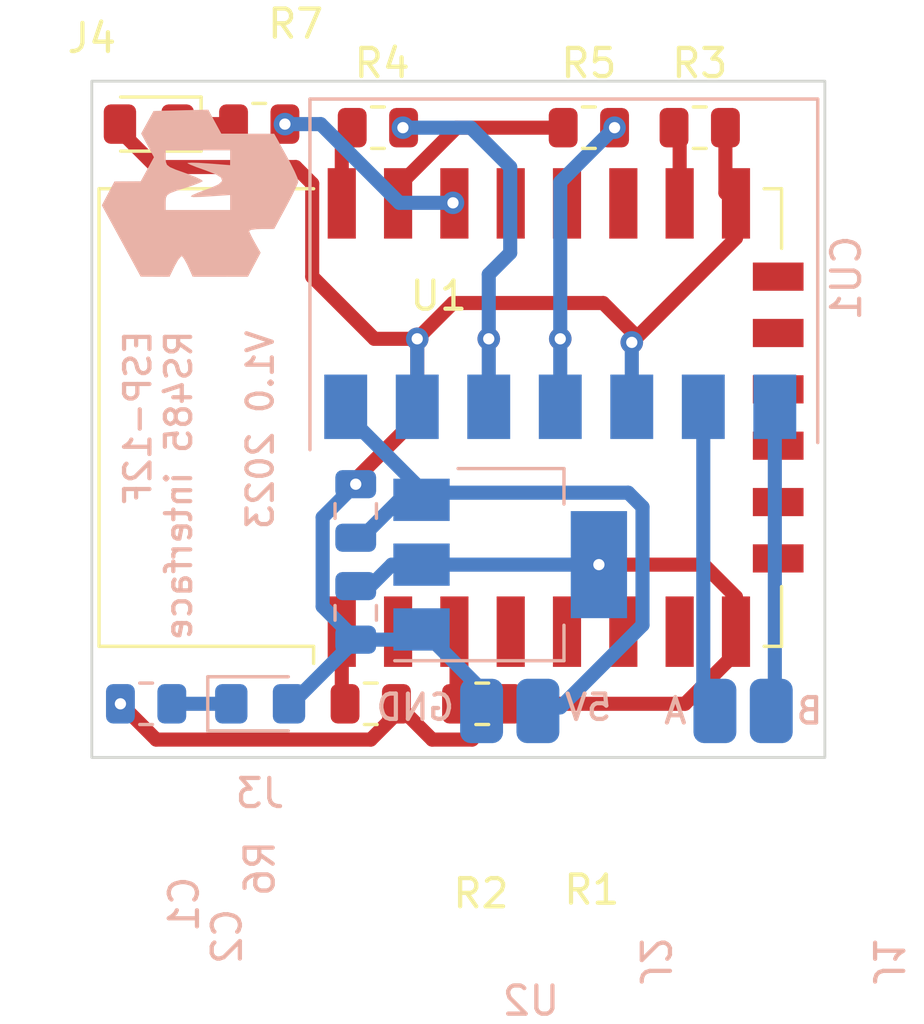
<source format=kicad_pcb>
(kicad_pcb (version 20211014) (generator pcbnew)
  (layers (0 "F.Cu" signal) (31 "B.Cu" signal) (34 "B.Paste" user) (35 "F.Paste" user) (36 "B.SilkS" user "B.Silkscreen") (37 "F.SilkS" user "F.Silkscreen") (38 "B.Mask" user) (39 "F.Mask" user) (44 "Edge.Cuts" user))
  (net 0 "")
  (net 1 "+5V")
  (net 2 "GND")
  (net 3 "+3.3V")
  (net 4 "Net-(CU1-Pad3)")
  (net 5 "Net-(CU1-Pad4)")
  (net 6 "/IN_A")
  (net 7 "/IN_B")
  (net 8 "Net-(R1-Pad2)")
  (net 9 "Net-(R2-Pad2)")
  (net 10 "Net-(R3-Pad1)")
  (net 11 "/ESP_TX")
  (net 12 "/ESP_RX")
  (net 28 "Net-(J3-Pad1)")
  (net 29 "Net-(J4-Pad1)")
  (net 30 "/GPIO_5")
  (footprint "Resistor_SMD:R_0805_2012Metric" (layer "F.Cu") (at 81.788 33.147)
    (fp_text reference "R3" (at 0 -2.286 180) (layer "F.SilkS"))
    (fp_text value "10k")
    (fp_line (start -0.227064 0.735) (end 0.227064 0.735) (layer "F.SilkS") (width 0.12))
    (fp_line (start -0.227064 -0.735) (end 0.227064 -0.735) (layer "F.SilkS") (width 0.12))
    (pad "1" smd roundrect (at -0.9125 0) (size 1.025 1.4) (layers "F.Cu" "F.Paste" "F.Mask") (roundrect_rratio 0.243902439) (net 10 "Net-(R3-Pad1)"))
    (pad "2" smd roundrect (at 0.9125 0) (size 1.025 1.4) (layers "F.Cu" "F.Paste" "F.Mask") (roundrect_rratio 0.243902439) (net 2 "GND"))
  )
  (footprint "Resistor_SMD:R_0805_2012Metric" (layer "F.Cu") (at 74.0645 53.594 180)
    (fp_text reference "R1" (at -3.89 -6.604) (layer "F.SilkS"))
    (fp_text value "10k")
    (fp_line (start -0.227064 -0.735) (end 0.227064 -0.735) (layer "F.SilkS") (width 0.12))
    (fp_line (start -0.227064 0.735) (end 0.227064 0.735) (layer "F.SilkS") (width 0.12))
    (pad "1" smd roundrect (at -0.9125 0 180) (size 1.025 1.4) (layers "F.Cu" "F.Paste" "F.Mask") (roundrect_rratio 0.243902439) (net 3 "+3.3V"))
    (pad "2" smd roundrect (at 0.9125 0 180) (size 1.025 1.4) (layers "F.Cu" "F.Paste" "F.Mask") (roundrect_rratio 0.243902439) (net 8 "Net-(R1-Pad2)"))
  )
  (footprint "Resistor_SMD:R_0805_2012Metric" (layer "F.Cu") (at 77.851 33.147)
    (fp_text reference "R5" (at 0 -2.286 180) (layer "F.SilkS"))
    (fp_text value "0")
    (fp_line (start -0.227064 -0.735) (end 0.227064 -0.735) (layer "F.SilkS") (width 0.12))
    (fp_line (start -0.227064 0.735) (end 0.227064 0.735) (layer "F.SilkS") (width 0.12))
    (pad "1" smd roundrect (at -0.9125 0) (size 1.025 1.4) (layers "F.Cu" "F.Paste" "F.Mask") (roundrect_rratio 0.243902439) (net 12 "/ESP_RX"))
    (pad "2" smd roundrect (at 0.9125 0) (size 1.025 1.4) (layers "F.Cu" "F.Paste" "F.Mask") (roundrect_rratio 0.243902439) (net 5 "Net-(CU1-Pad4)"))
  )
  (footprint "Resistor_SMD:R_0805_2012Metric" (layer "F.Cu") (at 66.1435 33.02 180)
    (fp_text reference "R7" (at -1.2935 3.556) (layer "F.SilkS"))
    (fp_text value "330")
    (fp_line (start -0.227064 -0.735) (end 0.227064 -0.735) (layer "F.SilkS") (width 0.12))
    (fp_line (start -0.227064 0.735) (end 0.227064 0.735) (layer "F.SilkS") (width 0.12))
    (pad "1" smd roundrect (at -0.9125 0 180) (size 1.025 1.4) (layers "F.Cu" "F.Paste" "F.Mask") (roundrect_rratio 0.243902) (net 30 "/GPIO_5"))
    (pad "2" smd roundrect (at 0.9125 0 180) (size 1.025 1.4) (layers "F.Cu" "F.Paste" "F.Mask") (roundrect_rratio 0.243902) (net 29 "Net-(J4-Pad1)"))
  )
  (footprint "LED_SMD:LED_0805_2012Metric_Pad1.15x1.40mm_HandSolder" (layer "F.Cu") (at 62.221 33.02 180)
    (fp_text reference "J4" (at 2.023 3.048) (layer "F.SilkS"))
    (fp_text value "LED")
    (fp_line (start -1.86 0.96) (end 1 0.96) (layer "F.SilkS") (width 0.12))
    (fp_line (start 1 -0.96) (end -1.86 -0.96) (layer "F.SilkS") (width 0.12))
    (fp_line (start -1.86 -0.96) (end -1.86 0.96) (layer "F.SilkS") (width 0.12))
    (pad "1" smd roundrect (at -1.025 0 180) (size 1.15 1.4) (layers "F.Cu" "F.Paste" "F.Mask") (roundrect_rratio 0.217391) (net 29 "Net-(J4-Pad1)"))
    (pad "2" smd roundrect (at 1.025 0 180) (size 1.15 1.4) (layers "F.Cu" "F.Paste" "F.Mask") (roundrect_rratio 0.217391) (net 2 "GND"))
  )
  (footprint "Resistor_SMD:R_0805_2012Metric" (layer "F.Cu") (at 70.358 33.147)
    (fp_text reference "R4" (at 0.1505 -2.286 180) (layer "F.SilkS"))
    (fp_text value "0")
    (fp_line (start -0.227064 0.735) (end 0.227064 0.735) (layer "F.SilkS") (width 0.12))
    (fp_line (start -0.227064 -0.735) (end 0.227064 -0.735) (layer "F.SilkS") (width 0.12))
    (pad "1" smd roundrect (at -0.9125 0) (size 1.025 1.4) (layers "F.Cu" "F.Paste" "F.Mask") (roundrect_rratio 0.243902439) (net 11 "/ESP_TX"))
    (pad "2" smd roundrect (at 0.9125 0) (size 1.025 1.4) (layers "F.Cu" "F.Paste" "F.Mask") (roundrect_rratio 0.243902439) (net 4 "Net-(CU1-Pad3)"))
  )
  (footprint "RF_Module:ESP-12E" (layer "F.Cu") (at 72.575 43.434 90)
    (fp_text reference "U1" (at 4.318 -0.058 180) (layer "F.SilkS"))
    (fp_text value "ESP-12F")
    (fp_line (start -8.12 -4.5) (end -8.73 -4.5) (layer "F.SilkS") (width 0.12))
    (fp_line (start 8.12 11.5) (end 8.12 12.12) (layer "F.SilkS") (width 0.12))
    (fp_line (start 8.12 12.12) (end 6 12.12) (layer "F.SilkS") (width 0.12))
    (fp_line (start -8.12 -12.12) (end 8.12 -12.12) (layer "F.SilkS") (width 0.12))
    (fp_line (start -8.12 12.12) (end -8.12 11.5) (layer "F.SilkS") (width 0.12))
    (fp_line (start -8.12 -4.5) (end -8.12 -12.12) (layer "F.SilkS") (width 0.12))
    (fp_line (start 8.12 -12.12) (end 8.12 -4.5) (layer "F.SilkS") (width 0.12))
    (fp_line (start -6 12.12) (end -8.12 12.12) (layer "F.SilkS") (width 0.12))
    (pad "1" smd rect (at -7.6 -3.5 90) (size 2.5 1) (layers "F.Cu" "F.Paste" "F.Mask") (net 9 "Net-(R2-Pad2)"))
    (pad "2" smd rect (at -7.6 -1.5 90) (size 2.5 1) (layers "F.Cu" "F.Paste" "F.Mask"))
    (pad "3" smd rect (at -7.6 0.5 90) (size 2.5 1) (layers "F.Cu" "F.Paste" "F.Mask") (net 8 "Net-(R1-Pad2)"))
    (pad "4" smd rect (at -7.6 2.5 90) (size 2.5 1) (layers "F.Cu" "F.Paste" "F.Mask"))
    (pad "5" smd rect (at -7.6 4.5 90) (size 2.5 1) (layers "F.Cu" "F.Paste" "F.Mask"))
    (pad "6" smd rect (at -7.6 6.5 90) (size 2.5 1) (layers "F.Cu" "F.Paste" "F.Mask"))
    (pad "7" smd rect (at -7.6 8.5 90) (size 2.5 1) (layers "F.Cu" "F.Paste" "F.Mask"))
    (pad "8" smd rect (at -7.6 10.5 90) (size 2.5 1) (layers "F.Cu" "F.Paste" "F.Mask") (net 3 "+3.3V"))
    (pad "9" smd rect (at -5 12 90) (size 1 1.8) (layers "F.Cu" "F.Paste" "F.Mask"))
    (pad "10" smd rect (at -3 12 90) (size 1 1.8) (layers "F.Cu" "F.Paste" "F.Mask"))
    (pad "11" smd rect (at -1 12 90) (size 1 1.8) (layers "F.Cu" "F.Paste" "F.Mask"))
    (pad "12" smd rect (at 1 12 90) (size 1 1.8) (layers "F.Cu" "F.Paste" "F.Mask"))
    (pad "13" smd rect (at 3 12 90) (size 1 1.8) (layers "F.Cu" "F.Paste" "F.Mask"))
    (pad "14" smd rect (at 5 12 90) (size 1 1.8) (layers "F.Cu" "F.Paste" "F.Mask"))
    (pad "15" smd rect (at 7.6 10.5 90) (size 2.5 1) (layers "F.Cu" "F.Paste" "F.Mask") (net 2 "GND"))
    (pad "16" smd rect (at 7.6 8.5 90) (size 2.5 1) (layers "F.Cu" "F.Paste" "F.Mask") (net 10 "Net-(R3-Pad1)"))
    (pad "17" smd rect (at 7.6 6.5 90) (size 2.5 1) (layers "F.Cu" "F.Paste" "F.Mask"))
    (pad "18" smd rect (at 7.6 4.5 90) (size 2.5 1) (layers "F.Cu" "F.Paste" "F.Mask"))
    (pad "19" smd rect (at 7.6 2.5 90) (size 2.5 1) (layers "F.Cu" "F.Paste" "F.Mask"))
    (pad "20" smd rect (at 7.6 0.5 90) (size 2.5 1) (layers "F.Cu" "F.Paste" "F.Mask") (net 30 "/GPIO_5"))
    (pad "21" smd rect (at 7.6 -1.5 90) (size 2.5 1) (layers "F.Cu" "F.Paste" "F.Mask") (net 12 "/ESP_RX"))
    (pad "22" smd rect (at 7.6 -3.5 90) (size 2.5 1) (layers "F.Cu" "F.Paste" "F.Mask") (net 11 "/ESP_TX"))
  )
  (footprint "Resistor_SMD:R_0805_2012Metric" (layer "F.Cu") (at 70.104 53.594 180)
    (fp_text reference "R2" (at -3.9135 -6.731) (layer "F.SilkS"))
    (fp_text value "10k")
    (fp_line (start -0.227064 0.735) (end 0.227064 0.735) (layer "F.SilkS") (width 0.12))
    (fp_line (start -0.227064 -0.735) (end 0.227064 -0.735) (layer "F.SilkS") (width 0.12))
    (pad "1" smd roundrect (at -0.9125 0 180) (size 1.025 1.4) (layers "F.Cu" "F.Paste" "F.Mask") (roundrect_rratio 0.243902439) (net 3 "+3.3V"))
    (pad "2" smd roundrect (at 0.9125 0 180) (size 1.025 1.4) (layers "F.Cu" "F.Paste" "F.Mask") (roundrect_rratio 0.243902439) (net 9 "Net-(R2-Pad2)"))
  )
  (footprint "-local:R411A01" (layer "B.Cu") (at 68.453 32.639 -90)
    (fp_text reference "CU1" (at 5.842 -18.542 90 unlocked) (layer "B.SilkS") (effects (justify mirror)))
    (fp_text value "R411A01")
    (fp_line (start 11.938 0.508) (end -0.508 0.508) (layer "B.SilkS") (width 0.12))
    (fp_line (start -0.508 0.508) (end -0.508 -17.526) (layer "B.SilkS") (width 0.12))
    (fp_line (start -0.508 -17.526) (end 11.684 -17.526) (layer "B.SilkS") (width 0.12))
    (pad "1" smd rect (at 10.414 -0.762 270) (size 2.286 1.524) (layers "B.Cu" "B.Paste" "B.Mask") (net 1 "+5V"))
    (pad "2" smd rect (at 10.414 -3.302 270) (size 2.286 1.524) (layers "B.Cu" "B.Paste" "B.Mask") (net 2 "GND"))
    (pad "3" smd rect (at 10.414 -5.842 270) (size 2.286 1.524) (layers "B.Cu" "B.Paste" "B.Mask") (net 4 "Net-(CU1-Pad3)"))
    (pad "4" smd rect (at 10.414 -8.382 270) (size 2.286 1.524) (layers "B.Cu" "B.Paste" "B.Mask") (net 5 "Net-(CU1-Pad4)"))
    (pad "5" smd rect (at 10.414 -10.922 270) (size 2.286 1.524) (layers "B.Cu" "B.Paste" "B.Mask"))
    (pad "6" smd rect (at 10.414 -13.462 270) (size 2.286 1.524) (layers "B.Cu" "B.Paste" "B.Mask") (net 6 "/IN_A"))
    (pad "7" smd rect (at 10.414 -16.002 270) (size 2.286 1.524) (layers "B.Cu" "B.Paste" "B.Mask") (net 7 "/IN_B"))
  )
  (footprint "-local:2pin_pad" (layer "B.Cu") (at 76.041 53.848 90)
    (fp_text reference "J2" (at -8.89 4.1435 270 unlocked) (layer "B.SilkS") (effects (justify mirror)))
    (fp_text value "PWR")
    (pad "1" smd roundrect (at 0 0 90) (size 2.286 1.524) (layers "B.Cu" "B.Paste" "B.Mask") (net 1 "+5V"))
    (pad "2" smd roundrect (at 0 -2 90) (size 2.286 1.524) (layers "B.Cu" "B.Paste" "B.Mask") (net 2 "GND"))
  )
  (footprint "-local:logo_kms_small_silkscreen" (layer "B.Cu") (at 64.008 35.052 -90)
    (fp_text reference "G***" hide)
    (fp_text value "LOGO" hide)
    (fp_poly (pts (xy 2.116877 2.764724) (xy 3.383025 2.074333) (xy 3.384846 1.562038) (xy 3.386667 1.049742) (xy 3.001301 0.862517) (xy 2.790526 0.744233) (xy 2.670184 0.645099) (xy 2.658544 0.606349) (xy 2.756204 0.53197) (xy 2.951559 0.426272) (xy 3.04391 0.382844) (xy 3.386667 0.228282) (xy 3.385955 -0.753692) (xy 3.385242 -1.735667) (xy 2.958732 -1.961382) (xy 2.532222 -2.187098) (xy 2.176278 -1.983569) (xy 1.955571 -1.864108) (xy 1.796662 -1.790367) (xy 1.756834 -1.77902) (xy 1.721214 -1.854803) (xy 1.697798 -2.050556) (xy 1.692499 -2.2225) (xy 1.691665 -2.667) (xy 0.909333 -3.090334) (xy 0.572241 -3.267716) (xy 0.281728 -3.411355) (xy 0.075183 -3.503285) (xy 0 -3.527314) (xy -0.123164 -3.493503) (xy -0.355769 -3.391419) (xy -0.661039 -3.238198) (xy -0.908502 -3.10398) (xy -1.690003 -2.667) (xy -1.69278 -1.100667) (xy -1.100666 -1.100667) (xy -0.57469 -1.100667) (xy -0.635467 -0.3175) (xy -0.656467 0.015334) (xy -0.662989 0.266572) (xy -0.654674 0.4023) (xy -0.643244 0.415066) (xy -0.591922 0.31503) (xy -0.506157 0.098671) (xy -0.403589 -0.189211) (xy -0.393179 -0.219934) (xy -0.253409 -0.583479) (xy -0.129647 -0.781514) (xy -0.013063 -0.816032) (xy 0.105175 -0.689025) (xy 0.233899 -0.402484) (xy 0.247907 -0.364532) (xy 0.389806 0.016194) (xy 0.484588 0.237516) (xy 0.539083 0.300543) (xy 0.56012 0.206382) (xy 0.554529 -0.043861) (xy 0.53802 -0.3175) (xy 0.486159 -1.100667) (xy 1.016 -1.100667) (xy 1.016 1.185333) (xy 0.734573 1.185333) (xy 0.592127 1.178256) (xy 0.494874 1.134867) (xy 0.417781 1.021929) (xy 0.335814 0.806205) (xy 0.25236 0.545104) (xy 0.151022 0.23986) (xy 0.062012 0.003481) (xy 0.001326 -0.122357) (xy -0.007325 -0.131527) (xy -0.059519 -0.074492) (xy -0.148137 0.109023) (xy -0.257282 0.38445) (xy -0.301766 0.508702) (xy -0.419082 0.837342) (xy -0.50633 1.037477) (xy -0.587853 1.140954) (xy -0.687997 1.179621) (xy -0.818987 1.185333) (xy -1.100666 1.185333) (xy -1.100666 -1.100667) (xy -1.69278 -1.100667) (xy -1.693333 -0.788912) (xy -2.119295 -0.557074) (xy -2.545257 -0.325237) (xy -2.521462 0.64663) (xy -2.497666 1.618497) (xy -1.694762 2.059689) (xy -0.856296 1.603339) (xy -0.00244 2.074333) (xy -0.000508 2.54) (xy 0.001425 3.005666) (xy 0.426076 3.230391) (xy 0.850728 3.455115)) (layer "B.SilkS") (width 0) (fill solid))
  )
  (footprint "Resistor_SMD:R_0805_2012Metric" (layer "B.Cu") (at 62.1265 53.594)
    (fp_text reference "R6" (at 4.0405 5.842 90) (layer "B.SilkS") (effects (justify mirror)))
    (fp_text value "330")
    (fp_line (start -0.227064 0.735) (end 0.227064 0.735) (layer "B.SilkS") (width 0.12))
    (fp_line (start -0.227064 -0.735) (end 0.227064 -0.735) (layer "B.SilkS") (width 0.12))
    (pad "1" smd roundrect (at -0.9125 0) (size 1.025 1.4) (layers "B.Cu" "B.Paste" "B.Mask") (roundrect_rratio 0.243902439) (net 3 "+3.3V"))
    (pad "2" smd roundrect (at 0.9125 0) (size 1.025 1.4) (layers "B.Cu" "B.Paste" "B.Mask") (roundrect_rratio 0.243902439) (net 28 "Net-(J3-Pad1)"))
  )
  (footprint "Package_TO_SOT_SMD:SOT-223-3_TabPin2" (layer "B.Cu") (at 75.057 48.655)
    (fp_text reference "U2" (at 0.7385 15.48 180) (layer "B.SilkS") (effects (justify mirror)))
    (fp_text value "AMS1117-3.3")
    (fp_line (start -1.85 -3.41) (end 1.91 -3.41) (layer "B.SilkS") (width 0.12))
    (fp_line (start 1.91 -3.41) (end 1.91 -2.15) (layer "B.SilkS") (width 0.12))
    (fp_line (start 1.91 3.41) (end 1.91 2.15) (layer "B.SilkS") (width 0.12))
    (fp_line (start -4.1 3.41) (end 1.91 3.41) (layer "B.SilkS") (width 0.12))
    (pad "1" smd rect (at -3.15 2.3) (size 2 1.5) (layers "B.Cu" "B.Paste" "B.Mask") (net 2 "GND"))
    (pad "2" smd rect (at -3.15 0) (size 2 1.5) (layers "B.Cu" "B.Paste" "B.Mask") (net 3 "+3.3V"))
    (pad "2" smd rect (at 3.15 0) (size 2 3.8) (layers "B.Cu" "B.Paste" "B.Mask") (net 3 "+3.3V"))
    (pad "3" smd rect (at -3.15 -2.3) (size 2 1.5) (layers "B.Cu" "B.Paste" "B.Mask") (net 1 "+5V"))
  )
  (footprint "-local:2pin_pad" (layer "B.Cu") (at 84.328 53.848 90)
    (fp_text reference "J1" (at -8.89 4.1435 270 unlocked) (layer "B.SilkS") (effects (justify mirror)))
    (fp_text value "RS485")
    (pad "1" smd roundrect (at 0 0 90) (size 2.286 1.524) (layers "B.Cu" "B.Paste" "B.Mask") (net 7 "/IN_B"))
    (pad "2" smd roundrect (at 0 -2 90) (size 2.286 1.524) (layers "B.Cu" "B.Paste" "B.Mask") (net 6 "/IN_A"))
  )
  (footprint "LED_SMD:LED_0805_2012Metric_Pad1.15x1.40mm_HandSolder" (layer "B.Cu") (at 66.176 53.594)
    (fp_text reference "J3" (at -0.009 3.175) (layer "B.SilkS") (effects (justify mirror)))
    (fp_text value "LED")
    (fp_line (start -1.86 -0.96) (end 1 -0.96) (layer "B.SilkS") (width 0.12))
    (fp_line (start 1 0.96) (end -1.86 0.96) (layer "B.SilkS") (width 0.12))
    (fp_line (start -1.86 0.96) (end -1.86 -0.96) (layer "B.SilkS") (width 0.12))
    (pad "1" smd roundrect (at -1.025 0) (size 1.15 1.4) (layers "B.Cu" "B.Paste" "B.Mask") (roundrect_rratio 0.217391) (net 28 "Net-(J3-Pad1)"))
    (pad "2" smd roundrect (at 1.025 0) (size 1.15 1.4) (layers "B.Cu" "B.Paste" "B.Mask") (roundrect_rratio 0.217391) (net 2 "GND"))
  )
  (footprint "Capacitor_SMD:C_0805_2012Metric" (layer "B.Cu") (at 69.571 46.75 90)
    (fp_text reference "C1" (at -13.956 -6.0945 90) (layer "B.SilkS") (effects (justify mirror)))
    (fp_text value "10u")
    (fp_line (start -0.261252 0.735) (end 0.261252 0.735) (layer "B.SilkS") (width 0.12))
    (fp_line (start -0.261252 -0.735) (end 0.261252 -0.735) (layer "B.SilkS") (width 0.12))
    (pad "1" smd roundrect (at -0.95 0 90) (size 1 1.45) (layers "B.Cu" "B.Paste" "B.Mask") (net 1 "+5V"))
    (pad "2" smd roundrect (at 0.95 0 90) (size 1 1.45) (layers "B.Cu" "B.Paste" "B.Mask") (net 2 "GND"))
  )
  (footprint "Capacitor_SMD:C_0805_2012Metric" (layer "B.Cu") (at 69.571 50.367 -90)
    (fp_text reference "C2" (at 11.482 4.5705 90) (layer "B.SilkS") (effects (justify mirror)))
    (fp_text value "10u")
    (fp_line (start -0.261252 0.735) (end 0.261252 0.735) (layer "B.SilkS") (width 0.12))
    (fp_line (start -0.261252 -0.735) (end 0.261252 -0.735) (layer "B.SilkS") (width 0.12))
    (pad "1" smd roundrect (at -0.95 0 270) (size 1 1.45) (layers "B.Cu" "B.Paste" "B.Mask") (net 3 "+3.3V"))
    (pad "2" smd roundrect (at 0.95 0 270) (size 1 1.45) (layers "B.Cu" "B.Paste" "B.Mask") (net 2 "GND"))
  )
  (gr_rect (start 86.233 31.496) (end 60.198 55.499) (layer "Edge.Cuts") (width 0.1) (fill none))
  (gr_text "A" (at 81.407 53.848) (layer "B.SilkS") (effects (font (size 0.9 0.9)) (justify left mirror)))
  (gr_text "GND" (at 73.152 53.721) (layer "B.SilkS") (effects (font (size 0.9 0.9)) (justify left mirror)))
  (gr_text "5V" (at 78.74 53.721) (layer "B.SilkS") (effects (font (size 0.9 0.9)) (justify left mirror)))
  (gr_text "ESP-12F \nRS485 interface\n\nV1.0 2023" (at 64.008 40.259 90) (layer "B.SilkS") (effects (font (size 0.9 0.9)) (justify left mirror)))
  (gr_text "B" (at 86.233 53.848) (layer "B.SilkS") (effects (font (size 0.9 0.9)) (justify left mirror)))
  (segment (start 71.907 46.355) (end 71.907 45.999) (width 0.5) (layer "B.Cu") (net 1))
  (segment (start 79.248 46.101) (end 72.161 46.101) (width 0.5) (layer "B.Cu") (net 1))
  (segment (start 71.12 46.355) (end 71.907 46.355) (width 0.5) (layer "B.Cu") (net 1))
  (segment (start 76.041 53.721) (end 76.835 53.721) (width 0.5) (layer "B.Cu") (net 1))
  (segment (start 76.835 53.721) (end 79.756 50.8) (width 0.5) (layer "B.Cu") (net 1))
  (segment (start 79.756 50.8) (end 79.756 46.609) (width 0.5) (layer "B.Cu") (net 1))
  (segment (start 71.907 45.999) (end 69.215 43.307) (width 0.5) (layer "B.Cu") (net 1))
  (segment (start 69.571 47.7) (end 69.775 47.7) (width 0.5) (layer "B.Cu") (net 1))
  (segment (start 69.775 47.7) (end 71.12 46.355) (width 0.5) (layer "B.Cu") (net 1))
  (segment (start 79.756 46.609) (end 79.248 46.101) (width 0.5) (layer "B.Cu") (net 1))
  (segment (start 69.215 43.307) (end 69.215 43.053) (width 0.5) (layer "B.Cu") (net 1))
  (segment (start 72.161 46.101) (end 71.907 46.355) (width 0.5) (layer "B.Cu") (net 1))
  (segment (start 71.755 43.434) (end 71.755 40.767) (width 0.5) (layer "F.Cu") (net 2))
  (segment (start 61.196 33.256) (end 61.196 33.02) (width 0.5) (layer "F.Cu") (net 2))
  (segment (start 68.025 38.434) (end 68.025 35.132) (width 0.5) (layer "F.Cu") (net 2))
  (segment (start 68.025 35.132) (end 67.437 34.544) (width 0.5) (layer "F.Cu") (net 2))
  (segment (start 69.571 45.618) (end 71.755 43.434) (width 0.5) (layer "F.Cu") (net 2))
  (segment (start 78.359 39.37) (end 73.025 39.37) (width 0.5) (layer "F.Cu") (net 2))
  (segment (start 70.231 40.64) (end 68.025 38.434) (width 0.5) (layer "F.Cu") (net 2))
  (segment (start 79.375 40.767) (end 79.375 40.386) (width 0.5) (layer "F.Cu") (net 2))
  (segment (start 82.7005 35.4595) (end 83.075 35.834) (width 0.5) (layer "F.Cu") (net 2))
  (segment (start 69.571 45.8) (end 69.571 45.618) (width 0.5) (layer "F.Cu") (net 2))
  (segment (start 71.755 40.64) (end 70.231 40.64) (width 0.5) (layer "F.Cu") (net 2))
  (segment (start 83.075 37.067) (end 83.075 35.834) (width 0.5) (layer "F.Cu") (net 2))
  (segment (start 62.484 34.544) (end 61.196 33.256) (width 0.5) (layer "F.Cu") (net 2))
  (segment (start 79.375 40.386) (end 78.359 39.37) (width 0.5) (layer "F.Cu") (net 2))
  (segment (start 67.437 34.544) (end 62.484 34.544) (width 0.5) (layer "F.Cu") (net 2))
  (segment (start 79.375 40.767) (end 83.075 37.067) (width 0.5) (layer "F.Cu") (net 2))
  (segment (start 82.7005 33.147) (end 82.7005 35.4595) (width 0.5) (layer "F.Cu") (net 2))
  (segment (start 73.025 39.37) (end 71.755 40.64) (width 0.5) (layer "F.Cu") (net 2))
  (via (at 79.375 40.767) (size 0.8) (drill 0.4) (layers "F.Cu" "B.Cu") (net 2))
  (via (at 69.571 45.8) (size 0.8) (drill 0.4) (layers "F.Cu" "B.Cu") (net 2))
  (via (at 71.755 40.64) (size 0.8) (drill 0.4) (layers "F.Cu" "B.Cu") (net 2))
  (segment (start 69.571 51.317) (end 71.545 51.317) (width 0.5) (layer "B.Cu") (net 2))
  (segment (start 71.755 40.767) (end 71.755 43.053) (width 0.5) (layer "B.Cu") (net 2))
  (segment (start 79.375 43.053) (end 79.375 40.767) (width 0.5) (layer "B.Cu") (net 2))
  (segment (start 71.545 51.317) (end 71.907 50.955) (width 0.5) (layer "B.Cu") (net 2))
  (segment (start 67.151 53.594) (end 67.294 53.594) (width 0.5) (layer "B.Cu") (net 2))
  (segment (start 68.396 46.975) (end 68.396 50.142) (width 0.5) (layer "B.Cu") (net 2))
  (segment (start 74.041 53.089) (end 71.907 50.955) (width 0.5) (layer "B.Cu") (net 2))
  (segment (start 74.041 53.721) (end 74.041 53.089) (width 0.5) (layer "B.Cu") (net 2))
  (segment (start 69.571 45.8) (end 68.396 46.975) (width 0.5) (layer "B.Cu") (net 2))
  (segment (start 68.396 50.142) (end 69.571 51.317) (width 0.5) (layer "B.Cu") (net 2))
  (segment (start 67.294 53.594) (end 69.571 51.317) (width 0.5) (layer "B.Cu") (net 2))
  (segment (start 83.075 49.801) (end 81.915 48.641) (width 0.5) (layer "F.Cu") (net 3))
  (segment (start 70.104 54.864) (end 71.0165 53.9515) (width 0.5) (layer "F.Cu") (net 3))
  (segment (start 73.707 54.864) (end 74.977 53.594) (width 0.5) (layer "F.Cu") (net 3))
  (segment (start 81.901 48.655) (end 78.207 48.655) (width 0.5) (layer "F.Cu") (net 3))
  (segment (start 83.075 51.784) (end 83.075 51.034) (width 0.5) (layer "F.Cu") (net 3))
  (segment (start 61.214 53.594) (end 62.484 54.864) (width 0.5) (layer "F.Cu") (net 3))
  (segment (start 72.2865 54.864) (end 73.707 54.864) (width 0.5) (layer "F.Cu") (net 3))
  (segment (start 71.0165 53.594) (end 72.2865 54.864) (width 0.5) (layer "F.Cu") (net 3))
  (segment (start 83.075 51.034) (end 83.075 49.801) (width 0.5) (layer "F.Cu") (net 3))
  (segment (start 71.0165 53.9515) (end 71.0165 53.594) (width 0.5) (layer "F.Cu") (net 3))
  (segment (start 74.977 53.594) (end 81.265 53.594) (width 0.5) (layer "F.Cu") (net 3))
  (segment (start 62.484 54.864) (end 70.104 54.864) (width 0.5) (layer "F.Cu") (net 3))
  (segment (start 81.915 48.641) (end 81.901 48.655) (width 0.5) (layer "F.Cu") (net 3))
  (segment (start 81.265 53.594) (end 83.075 51.784) (width 0.5) (layer "F.Cu") (net 3))
  (via (at 61.214 53.594) (size 0.8) (drill 0.4) (layers "F.Cu" "B.Cu") (net 3))
  (via (at 78.207 48.655) (size 0.8) (drill 0.4) (layers "F.Cu" "B.Cu") (net 3))
  (segment (start 71.907 48.655) (end 78.207 48.655) (width 0.5) (layer "B.Cu") (net 3))
  (segment (start 70.09 49.417) (end 70.852 48.655) (width 0.5) (layer "B.Cu") (net 3))
  (segment (start 70.852 48.655) (end 71.907 48.655) (width 0.5) (layer "B.Cu") (net 3))
  (segment (start 69.571 49.417) (end 70.09 49.417) (width 0.5) (layer "B.Cu") (net 3))
  (via (at 71.247 33.147) (size 0.8) (drill 0.4) (layers "F.Cu" "B.Cu") (net 4))
  (via (at 74.295 40.64) (size 0.8) (drill 0.4) (layers "F.Cu" "B.Cu") (net 4))
  (segment (start 75.057 37.592) (end 74.295 38.354) (width 0.5) (layer "B.Cu") (net 4))
  (segment (start 74.295 38.354) (end 74.295 40.64) (width 0.5) (layer "B.Cu") (net 4))
  (segment (start 71.247 33.147) (end 73.66 33.147) (width 0.5) (layer "B.Cu") (net 4))
  (segment (start 75.057 34.544) (end 75.057 37.592) (width 0.5) (layer "B.Cu") (net 4))
  (segment (start 74.295 43.053) (end 74.295 40.64) (width 0.5) (layer "B.Cu") (net 4))
  (segment (start 73.66 33.147) (end 75.057 34.544) (width 0.5) (layer "B.Cu") (net 4))
  (segment (start 78.74 33.147) (end 78.7635 33.147) (width 0.5) (layer "F.Cu") (net 5))
  (via (at 76.835 40.64) (size 0.8) (drill 0.4) (layers "F.Cu" "B.Cu") (net 5))
  (via (at 78.7635 33.147) (size 0.8) (drill 0.4) (layers "F.Cu" "B.Cu") (net 5))
  (segment (start 76.835 43.053) (end 76.835 40.767) (width 0.5) (layer "B.Cu") (net 5))
  (segment (start 76.835 35.0755) (end 76.835 40.64) (width 0.5) (layer "B.Cu") (net 5))
  (segment (start 78.7635 33.147) (end 76.835 35.0755) (width 0.5) (layer "B.Cu") (net 5))
  (segment (start 82.328 53.848) (end 81.915 53.435) (width 0.5) (layer "B.Cu") (net 6))
  (segment (start 81.915 53.435) (end 81.915 43.053) (width 0.5) (layer "B.Cu") (net 6))
  (segment (start 84.455 53.721) (end 84.455 43.053) (width 0.5) (layer "B.Cu") (net 7))
  (segment (start 84.328 53.848) (end 84.455 53.721) (width 0.5) (layer "B.Cu") (net 7))
  (segment (start 73.152 51.111) (end 73.075 51.034) (width 0.5) (layer "F.Cu") (net 8))
  (segment (start 73.152 53.594) (end 73.152 51.111) (width 0.5) (layer "F.Cu") (net 8))
  (segment (start 69.075 53.4775) (end 69.1915 53.594) (width 0.5) (layer "F.Cu") (net 9))
  (segment (start 69.075 51.034) (end 69.075 53.4775) (width 0.5) (layer "F.Cu") (net 9))
  (segment (start 80.8755 33.147) (end 81.075 33.3465) (width 0.5) (layer "F.Cu") (net 10))
  (segment (start 81.075 33.3465) (end 81.075 35.834) (width 0.5) (layer "F.Cu") (net 10))
  (segment (start 69.075 35.834) (end 69.075 33.5175) (width 0.5) (layer "F.Cu") (net 11))
  (segment (start 69.075 33.5175) (end 69.4455 33.147) (width 0.5) (layer "F.Cu") (net 11))
  (segment (start 73.152 33.147) (end 71.075 35.224) (width 0.5) (layer "F.Cu") (net 12))
  (segment (start 76.9385 33.147) (end 73.152 33.147) (width 0.5) (layer "F.Cu") (net 12))
  (segment (start 71.075 35.224) (end 71.075 35.834) (width 0.5) (layer "F.Cu") (net 12))
  (segment (start 65.151 53.594) (end 63.039 53.594) (width 0.5) (layer "B.Cu") (net 28))
  (segment (start 63.246 33.02) (end 65.231 33.02) (width 0.5) (layer "F.Cu") (net 29))
  (via (at 67.056 33.02) (size 0.8) (drill 0.4) (layers "F.Cu" "B.Cu") (net 30))
  (via (at 73.025 35.814) (size 0.8) (drill 0.4) (layers "F.Cu" "B.Cu") (net 30))
  (segment (start 71.12 35.814) (end 73.025 35.814) (width 0.5) (layer "B.Cu") (net 30))
  (segment (start 67.056 33.02) (end 68.326 33.02) (width 0.5) (layer "B.Cu") (net 30))
  (segment (start 68.326 33.02) (end 71.12 35.814) (width 0.5) (layer "B.Cu") (net 30))
)
</source>
